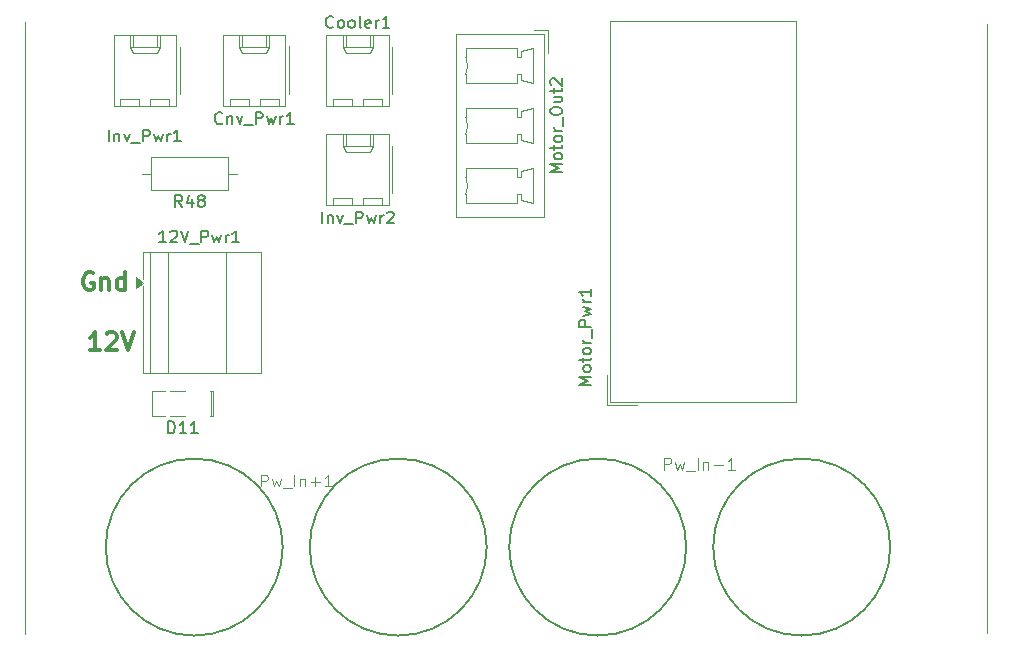
<source format=gbr>
%TF.GenerationSoftware,KiCad,Pcbnew,9.0.3*%
%TF.CreationDate,2025-08-21T00:29:16-03:00*%
%TF.ProjectId,PCB_Interfaz,5043425f-496e-4746-9572-66617a2e6b69,rev?*%
%TF.SameCoordinates,Original*%
%TF.FileFunction,Legend,Top*%
%TF.FilePolarity,Positive*%
%FSLAX46Y46*%
G04 Gerber Fmt 4.6, Leading zero omitted, Abs format (unit mm)*
G04 Created by KiCad (PCBNEW 9.0.3) date 2025-08-21 00:29:16*
%MOMM*%
%LPD*%
G01*
G04 APERTURE LIST*
%ADD10C,0.100000*%
%ADD11C,0.300000*%
%ADD12C,0.150000*%
%ADD13C,0.120000*%
%ADD14C,0.149860*%
G04 APERTURE END LIST*
D10*
X79336000Y-80352000D02*
X79336000Y-132168000D01*
X160788000Y-80479000D02*
X160788000Y-132041000D01*
D11*
X85123203Y-101623257D02*
X84980346Y-101551828D01*
X84980346Y-101551828D02*
X84766060Y-101551828D01*
X84766060Y-101551828D02*
X84551774Y-101623257D01*
X84551774Y-101623257D02*
X84408917Y-101766114D01*
X84408917Y-101766114D02*
X84337488Y-101908971D01*
X84337488Y-101908971D02*
X84266060Y-102194685D01*
X84266060Y-102194685D02*
X84266060Y-102408971D01*
X84266060Y-102408971D02*
X84337488Y-102694685D01*
X84337488Y-102694685D02*
X84408917Y-102837542D01*
X84408917Y-102837542D02*
X84551774Y-102980400D01*
X84551774Y-102980400D02*
X84766060Y-103051828D01*
X84766060Y-103051828D02*
X84908917Y-103051828D01*
X84908917Y-103051828D02*
X85123203Y-102980400D01*
X85123203Y-102980400D02*
X85194631Y-102908971D01*
X85194631Y-102908971D02*
X85194631Y-102408971D01*
X85194631Y-102408971D02*
X84908917Y-102408971D01*
X85837488Y-102051828D02*
X85837488Y-103051828D01*
X85837488Y-102194685D02*
X85908917Y-102123257D01*
X85908917Y-102123257D02*
X86051774Y-102051828D01*
X86051774Y-102051828D02*
X86266060Y-102051828D01*
X86266060Y-102051828D02*
X86408917Y-102123257D01*
X86408917Y-102123257D02*
X86480346Y-102266114D01*
X86480346Y-102266114D02*
X86480346Y-103051828D01*
X87837489Y-103051828D02*
X87837489Y-101551828D01*
X87837489Y-102980400D02*
X87694631Y-103051828D01*
X87694631Y-103051828D02*
X87408917Y-103051828D01*
X87408917Y-103051828D02*
X87266060Y-102980400D01*
X87266060Y-102980400D02*
X87194631Y-102908971D01*
X87194631Y-102908971D02*
X87123203Y-102766114D01*
X87123203Y-102766114D02*
X87123203Y-102337542D01*
X87123203Y-102337542D02*
X87194631Y-102194685D01*
X87194631Y-102194685D02*
X87266060Y-102123257D01*
X87266060Y-102123257D02*
X87408917Y-102051828D01*
X87408917Y-102051828D02*
X87694631Y-102051828D01*
X87694631Y-102051828D02*
X87837489Y-102123257D01*
X85702633Y-108131828D02*
X84845490Y-108131828D01*
X85274061Y-108131828D02*
X85274061Y-106631828D01*
X85274061Y-106631828D02*
X85131204Y-106846114D01*
X85131204Y-106846114D02*
X84988347Y-106988971D01*
X84988347Y-106988971D02*
X84845490Y-107060400D01*
X86274061Y-106774685D02*
X86345489Y-106703257D01*
X86345489Y-106703257D02*
X86488347Y-106631828D01*
X86488347Y-106631828D02*
X86845489Y-106631828D01*
X86845489Y-106631828D02*
X86988347Y-106703257D01*
X86988347Y-106703257D02*
X87059775Y-106774685D01*
X87059775Y-106774685D02*
X87131204Y-106917542D01*
X87131204Y-106917542D02*
X87131204Y-107060400D01*
X87131204Y-107060400D02*
X87059775Y-107274685D01*
X87059775Y-107274685D02*
X86202632Y-108131828D01*
X86202632Y-108131828D02*
X87131204Y-108131828D01*
X87559775Y-106631828D02*
X88059775Y-108131828D01*
X88059775Y-108131828D02*
X88559775Y-106631828D01*
D12*
X86455190Y-90458819D02*
X86455190Y-89458819D01*
X86931380Y-89792152D02*
X86931380Y-90458819D01*
X86931380Y-89887390D02*
X86978999Y-89839771D01*
X86978999Y-89839771D02*
X87074237Y-89792152D01*
X87074237Y-89792152D02*
X87217094Y-89792152D01*
X87217094Y-89792152D02*
X87312332Y-89839771D01*
X87312332Y-89839771D02*
X87359951Y-89935009D01*
X87359951Y-89935009D02*
X87359951Y-90458819D01*
X87740904Y-89792152D02*
X87978999Y-90458819D01*
X87978999Y-90458819D02*
X88217094Y-89792152D01*
X88359952Y-90554057D02*
X89121856Y-90554057D01*
X89359952Y-90458819D02*
X89359952Y-89458819D01*
X89359952Y-89458819D02*
X89740904Y-89458819D01*
X89740904Y-89458819D02*
X89836142Y-89506438D01*
X89836142Y-89506438D02*
X89883761Y-89554057D01*
X89883761Y-89554057D02*
X89931380Y-89649295D01*
X89931380Y-89649295D02*
X89931380Y-89792152D01*
X89931380Y-89792152D02*
X89883761Y-89887390D01*
X89883761Y-89887390D02*
X89836142Y-89935009D01*
X89836142Y-89935009D02*
X89740904Y-89982628D01*
X89740904Y-89982628D02*
X89359952Y-89982628D01*
X90264714Y-89792152D02*
X90455190Y-90458819D01*
X90455190Y-90458819D02*
X90645666Y-89982628D01*
X90645666Y-89982628D02*
X90836142Y-90458819D01*
X90836142Y-90458819D02*
X91026618Y-89792152D01*
X91407571Y-90458819D02*
X91407571Y-89792152D01*
X91407571Y-89982628D02*
X91455190Y-89887390D01*
X91455190Y-89887390D02*
X91502809Y-89839771D01*
X91502809Y-89839771D02*
X91598047Y-89792152D01*
X91598047Y-89792152D02*
X91693285Y-89792152D01*
X92550428Y-90458819D02*
X91979000Y-90458819D01*
X92264714Y-90458819D02*
X92264714Y-89458819D01*
X92264714Y-89458819D02*
X92169476Y-89601676D01*
X92169476Y-89601676D02*
X92074238Y-89696914D01*
X92074238Y-89696914D02*
X91979000Y-89744533D01*
D10*
X133494619Y-118235419D02*
X133494619Y-117235419D01*
X133494619Y-117235419D02*
X133875571Y-117235419D01*
X133875571Y-117235419D02*
X133970809Y-117283038D01*
X133970809Y-117283038D02*
X134018428Y-117330657D01*
X134018428Y-117330657D02*
X134066047Y-117425895D01*
X134066047Y-117425895D02*
X134066047Y-117568752D01*
X134066047Y-117568752D02*
X134018428Y-117663990D01*
X134018428Y-117663990D02*
X133970809Y-117711609D01*
X133970809Y-117711609D02*
X133875571Y-117759228D01*
X133875571Y-117759228D02*
X133494619Y-117759228D01*
X134399381Y-117568752D02*
X134589857Y-118235419D01*
X134589857Y-118235419D02*
X134780333Y-117759228D01*
X134780333Y-117759228D02*
X134970809Y-118235419D01*
X134970809Y-118235419D02*
X135161285Y-117568752D01*
X135304143Y-118330657D02*
X136066047Y-118330657D01*
X136304143Y-118235419D02*
X136304143Y-117235419D01*
X136780333Y-117568752D02*
X136780333Y-118235419D01*
X136780333Y-117663990D02*
X136827952Y-117616371D01*
X136827952Y-117616371D02*
X136923190Y-117568752D01*
X136923190Y-117568752D02*
X137066047Y-117568752D01*
X137066047Y-117568752D02*
X137161285Y-117616371D01*
X137161285Y-117616371D02*
X137208904Y-117711609D01*
X137208904Y-117711609D02*
X137208904Y-118235419D01*
X137685095Y-117854466D02*
X138447000Y-117854466D01*
X139446999Y-118235419D02*
X138875571Y-118235419D01*
X139161285Y-118235419D02*
X139161285Y-117235419D01*
X139161285Y-117235419D02*
X139066047Y-117378276D01*
X139066047Y-117378276D02*
X138970809Y-117473514D01*
X138970809Y-117473514D02*
X138875571Y-117521133D01*
D12*
X124837819Y-93067381D02*
X123837819Y-93067381D01*
X123837819Y-93067381D02*
X124552104Y-92734048D01*
X124552104Y-92734048D02*
X123837819Y-92400715D01*
X123837819Y-92400715D02*
X124837819Y-92400715D01*
X124837819Y-91781667D02*
X124790200Y-91876905D01*
X124790200Y-91876905D02*
X124742580Y-91924524D01*
X124742580Y-91924524D02*
X124647342Y-91972143D01*
X124647342Y-91972143D02*
X124361628Y-91972143D01*
X124361628Y-91972143D02*
X124266390Y-91924524D01*
X124266390Y-91924524D02*
X124218771Y-91876905D01*
X124218771Y-91876905D02*
X124171152Y-91781667D01*
X124171152Y-91781667D02*
X124171152Y-91638810D01*
X124171152Y-91638810D02*
X124218771Y-91543572D01*
X124218771Y-91543572D02*
X124266390Y-91495953D01*
X124266390Y-91495953D02*
X124361628Y-91448334D01*
X124361628Y-91448334D02*
X124647342Y-91448334D01*
X124647342Y-91448334D02*
X124742580Y-91495953D01*
X124742580Y-91495953D02*
X124790200Y-91543572D01*
X124790200Y-91543572D02*
X124837819Y-91638810D01*
X124837819Y-91638810D02*
X124837819Y-91781667D01*
X124171152Y-91162619D02*
X124171152Y-90781667D01*
X123837819Y-91019762D02*
X124694961Y-91019762D01*
X124694961Y-91019762D02*
X124790200Y-90972143D01*
X124790200Y-90972143D02*
X124837819Y-90876905D01*
X124837819Y-90876905D02*
X124837819Y-90781667D01*
X124837819Y-90305476D02*
X124790200Y-90400714D01*
X124790200Y-90400714D02*
X124742580Y-90448333D01*
X124742580Y-90448333D02*
X124647342Y-90495952D01*
X124647342Y-90495952D02*
X124361628Y-90495952D01*
X124361628Y-90495952D02*
X124266390Y-90448333D01*
X124266390Y-90448333D02*
X124218771Y-90400714D01*
X124218771Y-90400714D02*
X124171152Y-90305476D01*
X124171152Y-90305476D02*
X124171152Y-90162619D01*
X124171152Y-90162619D02*
X124218771Y-90067381D01*
X124218771Y-90067381D02*
X124266390Y-90019762D01*
X124266390Y-90019762D02*
X124361628Y-89972143D01*
X124361628Y-89972143D02*
X124647342Y-89972143D01*
X124647342Y-89972143D02*
X124742580Y-90019762D01*
X124742580Y-90019762D02*
X124790200Y-90067381D01*
X124790200Y-90067381D02*
X124837819Y-90162619D01*
X124837819Y-90162619D02*
X124837819Y-90305476D01*
X124837819Y-89543571D02*
X124171152Y-89543571D01*
X124361628Y-89543571D02*
X124266390Y-89495952D01*
X124266390Y-89495952D02*
X124218771Y-89448333D01*
X124218771Y-89448333D02*
X124171152Y-89353095D01*
X124171152Y-89353095D02*
X124171152Y-89257857D01*
X124933057Y-89162619D02*
X124933057Y-88400714D01*
X123837819Y-87972142D02*
X123837819Y-87781666D01*
X123837819Y-87781666D02*
X123885438Y-87686428D01*
X123885438Y-87686428D02*
X123980676Y-87591190D01*
X123980676Y-87591190D02*
X124171152Y-87543571D01*
X124171152Y-87543571D02*
X124504485Y-87543571D01*
X124504485Y-87543571D02*
X124694961Y-87591190D01*
X124694961Y-87591190D02*
X124790200Y-87686428D01*
X124790200Y-87686428D02*
X124837819Y-87781666D01*
X124837819Y-87781666D02*
X124837819Y-87972142D01*
X124837819Y-87972142D02*
X124790200Y-88067380D01*
X124790200Y-88067380D02*
X124694961Y-88162618D01*
X124694961Y-88162618D02*
X124504485Y-88210237D01*
X124504485Y-88210237D02*
X124171152Y-88210237D01*
X124171152Y-88210237D02*
X123980676Y-88162618D01*
X123980676Y-88162618D02*
X123885438Y-88067380D01*
X123885438Y-88067380D02*
X123837819Y-87972142D01*
X124171152Y-86686428D02*
X124837819Y-86686428D01*
X124171152Y-87114999D02*
X124694961Y-87114999D01*
X124694961Y-87114999D02*
X124790200Y-87067380D01*
X124790200Y-87067380D02*
X124837819Y-86972142D01*
X124837819Y-86972142D02*
X124837819Y-86829285D01*
X124837819Y-86829285D02*
X124790200Y-86734047D01*
X124790200Y-86734047D02*
X124742580Y-86686428D01*
X124171152Y-86353094D02*
X124171152Y-85972142D01*
X123837819Y-86210237D02*
X124694961Y-86210237D01*
X124694961Y-86210237D02*
X124790200Y-86162618D01*
X124790200Y-86162618D02*
X124837819Y-86067380D01*
X124837819Y-86067380D02*
X124837819Y-85972142D01*
X123933057Y-85686427D02*
X123885438Y-85638808D01*
X123885438Y-85638808D02*
X123837819Y-85543570D01*
X123837819Y-85543570D02*
X123837819Y-85305475D01*
X123837819Y-85305475D02*
X123885438Y-85210237D01*
X123885438Y-85210237D02*
X123933057Y-85162618D01*
X123933057Y-85162618D02*
X124028295Y-85114999D01*
X124028295Y-85114999D02*
X124123533Y-85114999D01*
X124123533Y-85114999D02*
X124266390Y-85162618D01*
X124266390Y-85162618D02*
X124837819Y-85734046D01*
X124837819Y-85734046D02*
X124837819Y-85114999D01*
X127288819Y-111045809D02*
X126288819Y-111045809D01*
X126288819Y-111045809D02*
X127003104Y-110712476D01*
X127003104Y-110712476D02*
X126288819Y-110379143D01*
X126288819Y-110379143D02*
X127288819Y-110379143D01*
X127288819Y-109760095D02*
X127241200Y-109855333D01*
X127241200Y-109855333D02*
X127193580Y-109902952D01*
X127193580Y-109902952D02*
X127098342Y-109950571D01*
X127098342Y-109950571D02*
X126812628Y-109950571D01*
X126812628Y-109950571D02*
X126717390Y-109902952D01*
X126717390Y-109902952D02*
X126669771Y-109855333D01*
X126669771Y-109855333D02*
X126622152Y-109760095D01*
X126622152Y-109760095D02*
X126622152Y-109617238D01*
X126622152Y-109617238D02*
X126669771Y-109522000D01*
X126669771Y-109522000D02*
X126717390Y-109474381D01*
X126717390Y-109474381D02*
X126812628Y-109426762D01*
X126812628Y-109426762D02*
X127098342Y-109426762D01*
X127098342Y-109426762D02*
X127193580Y-109474381D01*
X127193580Y-109474381D02*
X127241200Y-109522000D01*
X127241200Y-109522000D02*
X127288819Y-109617238D01*
X127288819Y-109617238D02*
X127288819Y-109760095D01*
X126622152Y-109141047D02*
X126622152Y-108760095D01*
X126288819Y-108998190D02*
X127145961Y-108998190D01*
X127145961Y-108998190D02*
X127241200Y-108950571D01*
X127241200Y-108950571D02*
X127288819Y-108855333D01*
X127288819Y-108855333D02*
X127288819Y-108760095D01*
X127288819Y-108283904D02*
X127241200Y-108379142D01*
X127241200Y-108379142D02*
X127193580Y-108426761D01*
X127193580Y-108426761D02*
X127098342Y-108474380D01*
X127098342Y-108474380D02*
X126812628Y-108474380D01*
X126812628Y-108474380D02*
X126717390Y-108426761D01*
X126717390Y-108426761D02*
X126669771Y-108379142D01*
X126669771Y-108379142D02*
X126622152Y-108283904D01*
X126622152Y-108283904D02*
X126622152Y-108141047D01*
X126622152Y-108141047D02*
X126669771Y-108045809D01*
X126669771Y-108045809D02*
X126717390Y-107998190D01*
X126717390Y-107998190D02*
X126812628Y-107950571D01*
X126812628Y-107950571D02*
X127098342Y-107950571D01*
X127098342Y-107950571D02*
X127193580Y-107998190D01*
X127193580Y-107998190D02*
X127241200Y-108045809D01*
X127241200Y-108045809D02*
X127288819Y-108141047D01*
X127288819Y-108141047D02*
X127288819Y-108283904D01*
X127288819Y-107521999D02*
X126622152Y-107521999D01*
X126812628Y-107521999D02*
X126717390Y-107474380D01*
X126717390Y-107474380D02*
X126669771Y-107426761D01*
X126669771Y-107426761D02*
X126622152Y-107331523D01*
X126622152Y-107331523D02*
X126622152Y-107236285D01*
X127384057Y-107141047D02*
X127384057Y-106379142D01*
X127288819Y-106141046D02*
X126288819Y-106141046D01*
X126288819Y-106141046D02*
X126288819Y-105760094D01*
X126288819Y-105760094D02*
X126336438Y-105664856D01*
X126336438Y-105664856D02*
X126384057Y-105617237D01*
X126384057Y-105617237D02*
X126479295Y-105569618D01*
X126479295Y-105569618D02*
X126622152Y-105569618D01*
X126622152Y-105569618D02*
X126717390Y-105617237D01*
X126717390Y-105617237D02*
X126765009Y-105664856D01*
X126765009Y-105664856D02*
X126812628Y-105760094D01*
X126812628Y-105760094D02*
X126812628Y-106141046D01*
X126622152Y-105236284D02*
X127288819Y-105045808D01*
X127288819Y-105045808D02*
X126812628Y-104855332D01*
X126812628Y-104855332D02*
X127288819Y-104664856D01*
X127288819Y-104664856D02*
X126622152Y-104474380D01*
X127288819Y-104093427D02*
X126622152Y-104093427D01*
X126812628Y-104093427D02*
X126717390Y-104045808D01*
X126717390Y-104045808D02*
X126669771Y-103998189D01*
X126669771Y-103998189D02*
X126622152Y-103902951D01*
X126622152Y-103902951D02*
X126622152Y-103807713D01*
X127288819Y-102950570D02*
X127288819Y-103521998D01*
X127288819Y-103236284D02*
X126288819Y-103236284D01*
X126288819Y-103236284D02*
X126431676Y-103331522D01*
X126431676Y-103331522D02*
X126526914Y-103426760D01*
X126526914Y-103426760D02*
X126574533Y-103521998D01*
X92663142Y-96003819D02*
X92329809Y-95527628D01*
X92091714Y-96003819D02*
X92091714Y-95003819D01*
X92091714Y-95003819D02*
X92472666Y-95003819D01*
X92472666Y-95003819D02*
X92567904Y-95051438D01*
X92567904Y-95051438D02*
X92615523Y-95099057D01*
X92615523Y-95099057D02*
X92663142Y-95194295D01*
X92663142Y-95194295D02*
X92663142Y-95337152D01*
X92663142Y-95337152D02*
X92615523Y-95432390D01*
X92615523Y-95432390D02*
X92567904Y-95480009D01*
X92567904Y-95480009D02*
X92472666Y-95527628D01*
X92472666Y-95527628D02*
X92091714Y-95527628D01*
X93520285Y-95337152D02*
X93520285Y-96003819D01*
X93282190Y-94956200D02*
X93044095Y-95670485D01*
X93044095Y-95670485D02*
X93663142Y-95670485D01*
X94186952Y-95432390D02*
X94091714Y-95384771D01*
X94091714Y-95384771D02*
X94044095Y-95337152D01*
X94044095Y-95337152D02*
X93996476Y-95241914D01*
X93996476Y-95241914D02*
X93996476Y-95194295D01*
X93996476Y-95194295D02*
X94044095Y-95099057D01*
X94044095Y-95099057D02*
X94091714Y-95051438D01*
X94091714Y-95051438D02*
X94186952Y-95003819D01*
X94186952Y-95003819D02*
X94377428Y-95003819D01*
X94377428Y-95003819D02*
X94472666Y-95051438D01*
X94472666Y-95051438D02*
X94520285Y-95099057D01*
X94520285Y-95099057D02*
X94567904Y-95194295D01*
X94567904Y-95194295D02*
X94567904Y-95241914D01*
X94567904Y-95241914D02*
X94520285Y-95337152D01*
X94520285Y-95337152D02*
X94472666Y-95384771D01*
X94472666Y-95384771D02*
X94377428Y-95432390D01*
X94377428Y-95432390D02*
X94186952Y-95432390D01*
X94186952Y-95432390D02*
X94091714Y-95480009D01*
X94091714Y-95480009D02*
X94044095Y-95527628D01*
X94044095Y-95527628D02*
X93996476Y-95622866D01*
X93996476Y-95622866D02*
X93996476Y-95813342D01*
X93996476Y-95813342D02*
X94044095Y-95908580D01*
X94044095Y-95908580D02*
X94091714Y-95956200D01*
X94091714Y-95956200D02*
X94186952Y-96003819D01*
X94186952Y-96003819D02*
X94377428Y-96003819D01*
X94377428Y-96003819D02*
X94472666Y-95956200D01*
X94472666Y-95956200D02*
X94520285Y-95908580D01*
X94520285Y-95908580D02*
X94567904Y-95813342D01*
X94567904Y-95813342D02*
X94567904Y-95622866D01*
X94567904Y-95622866D02*
X94520285Y-95527628D01*
X94520285Y-95527628D02*
X94472666Y-95480009D01*
X94472666Y-95480009D02*
X94377428Y-95432390D01*
X96052713Y-88895580D02*
X96005094Y-88943200D01*
X96005094Y-88943200D02*
X95862237Y-88990819D01*
X95862237Y-88990819D02*
X95766999Y-88990819D01*
X95766999Y-88990819D02*
X95624142Y-88943200D01*
X95624142Y-88943200D02*
X95528904Y-88847961D01*
X95528904Y-88847961D02*
X95481285Y-88752723D01*
X95481285Y-88752723D02*
X95433666Y-88562247D01*
X95433666Y-88562247D02*
X95433666Y-88419390D01*
X95433666Y-88419390D02*
X95481285Y-88228914D01*
X95481285Y-88228914D02*
X95528904Y-88133676D01*
X95528904Y-88133676D02*
X95624142Y-88038438D01*
X95624142Y-88038438D02*
X95766999Y-87990819D01*
X95766999Y-87990819D02*
X95862237Y-87990819D01*
X95862237Y-87990819D02*
X96005094Y-88038438D01*
X96005094Y-88038438D02*
X96052713Y-88086057D01*
X96481285Y-88324152D02*
X96481285Y-88990819D01*
X96481285Y-88419390D02*
X96528904Y-88371771D01*
X96528904Y-88371771D02*
X96624142Y-88324152D01*
X96624142Y-88324152D02*
X96766999Y-88324152D01*
X96766999Y-88324152D02*
X96862237Y-88371771D01*
X96862237Y-88371771D02*
X96909856Y-88467009D01*
X96909856Y-88467009D02*
X96909856Y-88990819D01*
X97290809Y-88324152D02*
X97528904Y-88990819D01*
X97528904Y-88990819D02*
X97766999Y-88324152D01*
X97909857Y-89086057D02*
X98671761Y-89086057D01*
X98909857Y-88990819D02*
X98909857Y-87990819D01*
X98909857Y-87990819D02*
X99290809Y-87990819D01*
X99290809Y-87990819D02*
X99386047Y-88038438D01*
X99386047Y-88038438D02*
X99433666Y-88086057D01*
X99433666Y-88086057D02*
X99481285Y-88181295D01*
X99481285Y-88181295D02*
X99481285Y-88324152D01*
X99481285Y-88324152D02*
X99433666Y-88419390D01*
X99433666Y-88419390D02*
X99386047Y-88467009D01*
X99386047Y-88467009D02*
X99290809Y-88514628D01*
X99290809Y-88514628D02*
X98909857Y-88514628D01*
X99814619Y-88324152D02*
X100005095Y-88990819D01*
X100005095Y-88990819D02*
X100195571Y-88514628D01*
X100195571Y-88514628D02*
X100386047Y-88990819D01*
X100386047Y-88990819D02*
X100576523Y-88324152D01*
X100957476Y-88990819D02*
X100957476Y-88324152D01*
X100957476Y-88514628D02*
X101005095Y-88419390D01*
X101005095Y-88419390D02*
X101052714Y-88371771D01*
X101052714Y-88371771D02*
X101147952Y-88324152D01*
X101147952Y-88324152D02*
X101243190Y-88324152D01*
X102100333Y-88990819D02*
X101528905Y-88990819D01*
X101814619Y-88990819D02*
X101814619Y-87990819D01*
X101814619Y-87990819D02*
X101719381Y-88133676D01*
X101719381Y-88133676D02*
X101624143Y-88228914D01*
X101624143Y-88228914D02*
X101528905Y-88276533D01*
X105458570Y-80750580D02*
X105410951Y-80798200D01*
X105410951Y-80798200D02*
X105268094Y-80845819D01*
X105268094Y-80845819D02*
X105172856Y-80845819D01*
X105172856Y-80845819D02*
X105029999Y-80798200D01*
X105029999Y-80798200D02*
X104934761Y-80702961D01*
X104934761Y-80702961D02*
X104887142Y-80607723D01*
X104887142Y-80607723D02*
X104839523Y-80417247D01*
X104839523Y-80417247D02*
X104839523Y-80274390D01*
X104839523Y-80274390D02*
X104887142Y-80083914D01*
X104887142Y-80083914D02*
X104934761Y-79988676D01*
X104934761Y-79988676D02*
X105029999Y-79893438D01*
X105029999Y-79893438D02*
X105172856Y-79845819D01*
X105172856Y-79845819D02*
X105268094Y-79845819D01*
X105268094Y-79845819D02*
X105410951Y-79893438D01*
X105410951Y-79893438D02*
X105458570Y-79941057D01*
X106029999Y-80845819D02*
X105934761Y-80798200D01*
X105934761Y-80798200D02*
X105887142Y-80750580D01*
X105887142Y-80750580D02*
X105839523Y-80655342D01*
X105839523Y-80655342D02*
X105839523Y-80369628D01*
X105839523Y-80369628D02*
X105887142Y-80274390D01*
X105887142Y-80274390D02*
X105934761Y-80226771D01*
X105934761Y-80226771D02*
X106029999Y-80179152D01*
X106029999Y-80179152D02*
X106172856Y-80179152D01*
X106172856Y-80179152D02*
X106268094Y-80226771D01*
X106268094Y-80226771D02*
X106315713Y-80274390D01*
X106315713Y-80274390D02*
X106363332Y-80369628D01*
X106363332Y-80369628D02*
X106363332Y-80655342D01*
X106363332Y-80655342D02*
X106315713Y-80750580D01*
X106315713Y-80750580D02*
X106268094Y-80798200D01*
X106268094Y-80798200D02*
X106172856Y-80845819D01*
X106172856Y-80845819D02*
X106029999Y-80845819D01*
X106934761Y-80845819D02*
X106839523Y-80798200D01*
X106839523Y-80798200D02*
X106791904Y-80750580D01*
X106791904Y-80750580D02*
X106744285Y-80655342D01*
X106744285Y-80655342D02*
X106744285Y-80369628D01*
X106744285Y-80369628D02*
X106791904Y-80274390D01*
X106791904Y-80274390D02*
X106839523Y-80226771D01*
X106839523Y-80226771D02*
X106934761Y-80179152D01*
X106934761Y-80179152D02*
X107077618Y-80179152D01*
X107077618Y-80179152D02*
X107172856Y-80226771D01*
X107172856Y-80226771D02*
X107220475Y-80274390D01*
X107220475Y-80274390D02*
X107268094Y-80369628D01*
X107268094Y-80369628D02*
X107268094Y-80655342D01*
X107268094Y-80655342D02*
X107220475Y-80750580D01*
X107220475Y-80750580D02*
X107172856Y-80798200D01*
X107172856Y-80798200D02*
X107077618Y-80845819D01*
X107077618Y-80845819D02*
X106934761Y-80845819D01*
X107839523Y-80845819D02*
X107744285Y-80798200D01*
X107744285Y-80798200D02*
X107696666Y-80702961D01*
X107696666Y-80702961D02*
X107696666Y-79845819D01*
X108601428Y-80798200D02*
X108506190Y-80845819D01*
X108506190Y-80845819D02*
X108315714Y-80845819D01*
X108315714Y-80845819D02*
X108220476Y-80798200D01*
X108220476Y-80798200D02*
X108172857Y-80702961D01*
X108172857Y-80702961D02*
X108172857Y-80322009D01*
X108172857Y-80322009D02*
X108220476Y-80226771D01*
X108220476Y-80226771D02*
X108315714Y-80179152D01*
X108315714Y-80179152D02*
X108506190Y-80179152D01*
X108506190Y-80179152D02*
X108601428Y-80226771D01*
X108601428Y-80226771D02*
X108649047Y-80322009D01*
X108649047Y-80322009D02*
X108649047Y-80417247D01*
X108649047Y-80417247D02*
X108172857Y-80512485D01*
X109077619Y-80845819D02*
X109077619Y-80179152D01*
X109077619Y-80369628D02*
X109125238Y-80274390D01*
X109125238Y-80274390D02*
X109172857Y-80226771D01*
X109172857Y-80226771D02*
X109268095Y-80179152D01*
X109268095Y-80179152D02*
X109363333Y-80179152D01*
X110220476Y-80845819D02*
X109649048Y-80845819D01*
X109934762Y-80845819D02*
X109934762Y-79845819D01*
X109934762Y-79845819D02*
X109839524Y-79988676D01*
X109839524Y-79988676D02*
X109744286Y-80083914D01*
X109744286Y-80083914D02*
X109649048Y-80131533D01*
X91297475Y-99006819D02*
X90726047Y-99006819D01*
X91011761Y-99006819D02*
X91011761Y-98006819D01*
X91011761Y-98006819D02*
X90916523Y-98149676D01*
X90916523Y-98149676D02*
X90821285Y-98244914D01*
X90821285Y-98244914D02*
X90726047Y-98292533D01*
X91678428Y-98102057D02*
X91726047Y-98054438D01*
X91726047Y-98054438D02*
X91821285Y-98006819D01*
X91821285Y-98006819D02*
X92059380Y-98006819D01*
X92059380Y-98006819D02*
X92154618Y-98054438D01*
X92154618Y-98054438D02*
X92202237Y-98102057D01*
X92202237Y-98102057D02*
X92249856Y-98197295D01*
X92249856Y-98197295D02*
X92249856Y-98292533D01*
X92249856Y-98292533D02*
X92202237Y-98435390D01*
X92202237Y-98435390D02*
X91630809Y-99006819D01*
X91630809Y-99006819D02*
X92249856Y-99006819D01*
X92535571Y-98006819D02*
X92868904Y-99006819D01*
X92868904Y-99006819D02*
X93202237Y-98006819D01*
X93297476Y-99102057D02*
X94059380Y-99102057D01*
X94297476Y-99006819D02*
X94297476Y-98006819D01*
X94297476Y-98006819D02*
X94678428Y-98006819D01*
X94678428Y-98006819D02*
X94773666Y-98054438D01*
X94773666Y-98054438D02*
X94821285Y-98102057D01*
X94821285Y-98102057D02*
X94868904Y-98197295D01*
X94868904Y-98197295D02*
X94868904Y-98340152D01*
X94868904Y-98340152D02*
X94821285Y-98435390D01*
X94821285Y-98435390D02*
X94773666Y-98483009D01*
X94773666Y-98483009D02*
X94678428Y-98530628D01*
X94678428Y-98530628D02*
X94297476Y-98530628D01*
X95202238Y-98340152D02*
X95392714Y-99006819D01*
X95392714Y-99006819D02*
X95583190Y-98530628D01*
X95583190Y-98530628D02*
X95773666Y-99006819D01*
X95773666Y-99006819D02*
X95964142Y-98340152D01*
X96345095Y-99006819D02*
X96345095Y-98340152D01*
X96345095Y-98530628D02*
X96392714Y-98435390D01*
X96392714Y-98435390D02*
X96440333Y-98387771D01*
X96440333Y-98387771D02*
X96535571Y-98340152D01*
X96535571Y-98340152D02*
X96630809Y-98340152D01*
X97487952Y-99006819D02*
X96916524Y-99006819D01*
X97202238Y-99006819D02*
X97202238Y-98006819D01*
X97202238Y-98006819D02*
X97107000Y-98149676D01*
X97107000Y-98149676D02*
X97011762Y-98244914D01*
X97011762Y-98244914D02*
X96916524Y-98292533D01*
X104506190Y-97392819D02*
X104506190Y-96392819D01*
X104982380Y-96726152D02*
X104982380Y-97392819D01*
X104982380Y-96821390D02*
X105029999Y-96773771D01*
X105029999Y-96773771D02*
X105125237Y-96726152D01*
X105125237Y-96726152D02*
X105268094Y-96726152D01*
X105268094Y-96726152D02*
X105363332Y-96773771D01*
X105363332Y-96773771D02*
X105410951Y-96869009D01*
X105410951Y-96869009D02*
X105410951Y-97392819D01*
X105791904Y-96726152D02*
X106029999Y-97392819D01*
X106029999Y-97392819D02*
X106268094Y-96726152D01*
X106410952Y-97488057D02*
X107172856Y-97488057D01*
X107410952Y-97392819D02*
X107410952Y-96392819D01*
X107410952Y-96392819D02*
X107791904Y-96392819D01*
X107791904Y-96392819D02*
X107887142Y-96440438D01*
X107887142Y-96440438D02*
X107934761Y-96488057D01*
X107934761Y-96488057D02*
X107982380Y-96583295D01*
X107982380Y-96583295D02*
X107982380Y-96726152D01*
X107982380Y-96726152D02*
X107934761Y-96821390D01*
X107934761Y-96821390D02*
X107887142Y-96869009D01*
X107887142Y-96869009D02*
X107791904Y-96916628D01*
X107791904Y-96916628D02*
X107410952Y-96916628D01*
X108315714Y-96726152D02*
X108506190Y-97392819D01*
X108506190Y-97392819D02*
X108696666Y-96916628D01*
X108696666Y-96916628D02*
X108887142Y-97392819D01*
X108887142Y-97392819D02*
X109077618Y-96726152D01*
X109458571Y-97392819D02*
X109458571Y-96726152D01*
X109458571Y-96916628D02*
X109506190Y-96821390D01*
X109506190Y-96821390D02*
X109553809Y-96773771D01*
X109553809Y-96773771D02*
X109649047Y-96726152D01*
X109649047Y-96726152D02*
X109744285Y-96726152D01*
X110030000Y-96488057D02*
X110077619Y-96440438D01*
X110077619Y-96440438D02*
X110172857Y-96392819D01*
X110172857Y-96392819D02*
X110410952Y-96392819D01*
X110410952Y-96392819D02*
X110506190Y-96440438D01*
X110506190Y-96440438D02*
X110553809Y-96488057D01*
X110553809Y-96488057D02*
X110601428Y-96583295D01*
X110601428Y-96583295D02*
X110601428Y-96678533D01*
X110601428Y-96678533D02*
X110553809Y-96821390D01*
X110553809Y-96821390D02*
X109982381Y-97392819D01*
X109982381Y-97392819D02*
X110601428Y-97392819D01*
D10*
X99370619Y-119671419D02*
X99370619Y-118671419D01*
X99370619Y-118671419D02*
X99751571Y-118671419D01*
X99751571Y-118671419D02*
X99846809Y-118719038D01*
X99846809Y-118719038D02*
X99894428Y-118766657D01*
X99894428Y-118766657D02*
X99942047Y-118861895D01*
X99942047Y-118861895D02*
X99942047Y-119004752D01*
X99942047Y-119004752D02*
X99894428Y-119099990D01*
X99894428Y-119099990D02*
X99846809Y-119147609D01*
X99846809Y-119147609D02*
X99751571Y-119195228D01*
X99751571Y-119195228D02*
X99370619Y-119195228D01*
X100275381Y-119004752D02*
X100465857Y-119671419D01*
X100465857Y-119671419D02*
X100656333Y-119195228D01*
X100656333Y-119195228D02*
X100846809Y-119671419D01*
X100846809Y-119671419D02*
X101037285Y-119004752D01*
X101180143Y-119766657D02*
X101942047Y-119766657D01*
X102180143Y-119671419D02*
X102180143Y-118671419D01*
X102656333Y-119004752D02*
X102656333Y-119671419D01*
X102656333Y-119099990D02*
X102703952Y-119052371D01*
X102703952Y-119052371D02*
X102799190Y-119004752D01*
X102799190Y-119004752D02*
X102942047Y-119004752D01*
X102942047Y-119004752D02*
X103037285Y-119052371D01*
X103037285Y-119052371D02*
X103084904Y-119147609D01*
X103084904Y-119147609D02*
X103084904Y-119671419D01*
X103561095Y-119290466D02*
X104323000Y-119290466D01*
X103942047Y-119671419D02*
X103942047Y-118909514D01*
X105322999Y-119671419D02*
X104751571Y-119671419D01*
X105037285Y-119671419D02*
X105037285Y-118671419D01*
X105037285Y-118671419D02*
X104942047Y-118814276D01*
X104942047Y-118814276D02*
X104846809Y-118909514D01*
X104846809Y-118909514D02*
X104751571Y-118957133D01*
D12*
X91495714Y-115163819D02*
X91495714Y-114163819D01*
X91495714Y-114163819D02*
X91733809Y-114163819D01*
X91733809Y-114163819D02*
X91876666Y-114211438D01*
X91876666Y-114211438D02*
X91971904Y-114306676D01*
X91971904Y-114306676D02*
X92019523Y-114401914D01*
X92019523Y-114401914D02*
X92067142Y-114592390D01*
X92067142Y-114592390D02*
X92067142Y-114735247D01*
X92067142Y-114735247D02*
X92019523Y-114925723D01*
X92019523Y-114925723D02*
X91971904Y-115020961D01*
X91971904Y-115020961D02*
X91876666Y-115116200D01*
X91876666Y-115116200D02*
X91733809Y-115163819D01*
X91733809Y-115163819D02*
X91495714Y-115163819D01*
X93019523Y-115163819D02*
X92448095Y-115163819D01*
X92733809Y-115163819D02*
X92733809Y-114163819D01*
X92733809Y-114163819D02*
X92638571Y-114306676D01*
X92638571Y-114306676D02*
X92543333Y-114401914D01*
X92543333Y-114401914D02*
X92448095Y-114449533D01*
X93971904Y-115163819D02*
X93400476Y-115163819D01*
X93686190Y-115163819D02*
X93686190Y-114163819D01*
X93686190Y-114163819D02*
X93590952Y-114306676D01*
X93590952Y-114306676D02*
X93495714Y-114401914D01*
X93495714Y-114401914D02*
X93400476Y-114449533D01*
D13*
%TO.C,Inv_Pwr1*%
X86868000Y-81465000D02*
X86868000Y-87485000D01*
X86868000Y-87485000D02*
X92168000Y-87485000D01*
X87448000Y-86885000D02*
X87448000Y-87485000D01*
X88248000Y-82465000D02*
X88248000Y-81465000D01*
X88498000Y-81465000D02*
X88498000Y-82465000D01*
X88498000Y-82995000D02*
X88248000Y-82465000D01*
X89048000Y-86885000D02*
X87448000Y-86885000D01*
X89048000Y-87485000D02*
X89048000Y-86885000D01*
X89988000Y-86885000D02*
X89988000Y-87485000D01*
X90538000Y-81465000D02*
X90538000Y-82465000D01*
X90538000Y-82995000D02*
X88498000Y-82995000D01*
X90788000Y-81465000D02*
X90788000Y-82465000D01*
X90788000Y-82465000D02*
X88248000Y-82465000D01*
X90788000Y-82465000D02*
X90538000Y-82995000D01*
X91588000Y-86885000D02*
X89988000Y-86885000D01*
X91588000Y-87485000D02*
X91588000Y-86885000D01*
X92168000Y-81465000D02*
X86868000Y-81465000D01*
X92168000Y-87485000D02*
X92168000Y-81465000D01*
X92458000Y-86455000D02*
X92458000Y-82455000D01*
D14*
%TO.C,Pw_In-1*%
X135343000Y-124802000D02*
G75*
G02*
X120357000Y-124802000I-7493000J0D01*
G01*
X120357000Y-124802000D02*
G75*
G02*
X135343000Y-124802000I7493000J0D01*
G01*
X152615000Y-124802000D02*
G75*
G02*
X137629000Y-124802000I-7493000J0D01*
G01*
X137629000Y-124802000D02*
G75*
G02*
X152615000Y-124802000I7493000J0D01*
G01*
D13*
%TO.C,Motor_Out2*%
X115823000Y-81385000D02*
X115823000Y-96845000D01*
X115823000Y-96845000D02*
X123293000Y-96845000D01*
X116683000Y-82535000D02*
X120983000Y-82535000D01*
X116683000Y-83285000D02*
X116683000Y-82535000D01*
X116683000Y-85535000D02*
X116683000Y-84785000D01*
X116683000Y-87615000D02*
X120983000Y-87615000D01*
X116683000Y-88365000D02*
X116683000Y-87615000D01*
X116683000Y-90615000D02*
X116683000Y-89865000D01*
X116683000Y-92695000D02*
X120983000Y-92695000D01*
X116683000Y-93445000D02*
X116683000Y-92695000D01*
X116683000Y-95695000D02*
X116683000Y-94945000D01*
X120983000Y-82535000D02*
X120983000Y-83285000D01*
X120983000Y-83285000D02*
X121333000Y-83285000D01*
X120983000Y-84785000D02*
X120983000Y-85535000D01*
X120983000Y-85535000D02*
X116683000Y-85535000D01*
X120983000Y-87615000D02*
X120983000Y-88365000D01*
X120983000Y-88365000D02*
X121333000Y-88365000D01*
X120983000Y-89865000D02*
X120983000Y-90615000D01*
X120983000Y-90615000D02*
X116683000Y-90615000D01*
X120983000Y-92695000D02*
X120983000Y-93445000D01*
X120983000Y-93445000D02*
X121333000Y-93445000D01*
X120983000Y-94945000D02*
X120983000Y-95695000D01*
X120983000Y-95695000D02*
X116683000Y-95695000D01*
X121333000Y-82785000D02*
X122333000Y-82535000D01*
X121333000Y-83285000D02*
X121333000Y-82785000D01*
X121333000Y-84785000D02*
X120983000Y-84785000D01*
X121333000Y-85285000D02*
X121333000Y-84785000D01*
X121333000Y-87865000D02*
X122333000Y-87615000D01*
X121333000Y-88365000D02*
X121333000Y-87865000D01*
X121333000Y-89865000D02*
X120983000Y-89865000D01*
X121333000Y-90365000D02*
X121333000Y-89865000D01*
X121333000Y-92945000D02*
X122333000Y-92695000D01*
X121333000Y-93445000D02*
X121333000Y-92945000D01*
X121333000Y-94945000D02*
X120983000Y-94945000D01*
X121333000Y-95445000D02*
X121333000Y-94945000D01*
X122333000Y-82535000D02*
X122333000Y-85535000D01*
X122333000Y-85535000D02*
X121333000Y-85285000D01*
X122333000Y-87615000D02*
X122333000Y-90615000D01*
X122333000Y-90615000D02*
X121333000Y-90365000D01*
X122333000Y-92695000D02*
X122333000Y-95695000D01*
X122333000Y-95695000D02*
X121333000Y-95445000D01*
X122433000Y-80995000D02*
X123683000Y-80995000D01*
X123293000Y-81385000D02*
X115823000Y-81385000D01*
X123293000Y-96845000D02*
X123293000Y-81385000D01*
X123683000Y-80995000D02*
X123683000Y-82995000D01*
X116683000Y-83285000D02*
G75*
G02*
X116683156Y-84784647I-1700000J-750000D01*
G01*
X116683000Y-88365000D02*
G75*
G02*
X116683156Y-89864647I-1700000J-750000D01*
G01*
X116683000Y-93445000D02*
G75*
G02*
X116683156Y-94944647I-1700000J-750000D01*
G01*
%TO.C,Motor_Pwr1*%
X128679000Y-112743000D02*
X128679000Y-110243000D01*
X128929000Y-80293000D02*
X144629000Y-80293000D01*
X128929000Y-112493000D02*
X128929000Y-80293000D01*
X131179000Y-112743000D02*
X128679000Y-112743000D01*
X144629000Y-112493000D02*
X128929000Y-112493000D01*
X144629000Y-112493000D02*
X144629000Y-80293000D01*
%TO.C,R48*%
X89266000Y-93179000D02*
X90036000Y-93179000D01*
X97346000Y-93179000D02*
X96576000Y-93179000D01*
X96576000Y-94549000D02*
X90036000Y-94549000D01*
X90036000Y-91809000D01*
X96576000Y-91809000D01*
X96576000Y-94549000D01*
%TO.C,Cnv_Pwr1*%
X96117000Y-81426000D02*
X96117000Y-87446000D01*
X96117000Y-87446000D02*
X101417000Y-87446000D01*
X96697000Y-86846000D02*
X96697000Y-87446000D01*
X97497000Y-82426000D02*
X97497000Y-81426000D01*
X97747000Y-81426000D02*
X97747000Y-82426000D01*
X97747000Y-82956000D02*
X97497000Y-82426000D01*
X98297000Y-86846000D02*
X96697000Y-86846000D01*
X98297000Y-87446000D02*
X98297000Y-86846000D01*
X99237000Y-86846000D02*
X99237000Y-87446000D01*
X99787000Y-81426000D02*
X99787000Y-82426000D01*
X99787000Y-82956000D02*
X97747000Y-82956000D01*
X100037000Y-81426000D02*
X100037000Y-82426000D01*
X100037000Y-82426000D02*
X97497000Y-82426000D01*
X100037000Y-82426000D02*
X99787000Y-82956000D01*
X100837000Y-86846000D02*
X99237000Y-86846000D01*
X100837000Y-87446000D02*
X100837000Y-86846000D01*
X101417000Y-81426000D02*
X96117000Y-81426000D01*
X101417000Y-87446000D02*
X101417000Y-81426000D01*
X101707000Y-86416000D02*
X101707000Y-82416000D01*
%TO.C,Cooler1*%
X104880000Y-81465000D02*
X104880000Y-87485000D01*
X104880000Y-87485000D02*
X110180000Y-87485000D01*
X105460000Y-86885000D02*
X105460000Y-87485000D01*
X106260000Y-82465000D02*
X106260000Y-81465000D01*
X106510000Y-81465000D02*
X106510000Y-82465000D01*
X106510000Y-82995000D02*
X106260000Y-82465000D01*
X107060000Y-86885000D02*
X105460000Y-86885000D01*
X107060000Y-87485000D02*
X107060000Y-86885000D01*
X108000000Y-86885000D02*
X108000000Y-87485000D01*
X108550000Y-81465000D02*
X108550000Y-82465000D01*
X108550000Y-82995000D02*
X106510000Y-82995000D01*
X108800000Y-81465000D02*
X108800000Y-82465000D01*
X108800000Y-82465000D02*
X106260000Y-82465000D01*
X108800000Y-82465000D02*
X108550000Y-82995000D01*
X109600000Y-86885000D02*
X108000000Y-86885000D01*
X109600000Y-87485000D02*
X109600000Y-86885000D01*
X110180000Y-81465000D02*
X104880000Y-81465000D01*
X110180000Y-87485000D02*
X110180000Y-81465000D01*
X110470000Y-86455000D02*
X110470000Y-82455000D01*
%TO.C,12V_Pwr1*%
X89341500Y-99782000D02*
X99381500Y-99782000D01*
X89341500Y-102102000D02*
X89341500Y-99782000D01*
X89341500Y-110022000D02*
X89341500Y-102702000D01*
X89961500Y-99782000D02*
X89961500Y-110022000D01*
X91461500Y-99782000D02*
X91461500Y-110022000D01*
X96361500Y-99782000D02*
X96361500Y-110022000D01*
X99381500Y-99782000D02*
X99381500Y-110022000D01*
X99381500Y-110022000D02*
X89341500Y-110022000D01*
X89341500Y-102402000D02*
X88731500Y-102842000D01*
X88731500Y-101962000D01*
X89341500Y-102402000D01*
G36*
X89341500Y-102402000D02*
G01*
X88731500Y-102842000D01*
X88731500Y-101962000D01*
X89341500Y-102402000D01*
G37*
%TO.C,Inv_Pwr2*%
X104880000Y-89828000D02*
X104880000Y-95848000D01*
X104880000Y-95848000D02*
X110180000Y-95848000D01*
X105460000Y-95248000D02*
X105460000Y-95848000D01*
X106260000Y-90828000D02*
X106260000Y-89828000D01*
X106510000Y-89828000D02*
X106510000Y-90828000D01*
X106510000Y-91358000D02*
X106260000Y-90828000D01*
X107060000Y-95248000D02*
X105460000Y-95248000D01*
X107060000Y-95848000D02*
X107060000Y-95248000D01*
X108000000Y-95248000D02*
X108000000Y-95848000D01*
X108550000Y-89828000D02*
X108550000Y-90828000D01*
X108550000Y-91358000D02*
X106510000Y-91358000D01*
X108800000Y-89828000D02*
X108800000Y-90828000D01*
X108800000Y-90828000D02*
X106260000Y-90828000D01*
X108800000Y-90828000D02*
X108550000Y-91358000D01*
X109600000Y-95248000D02*
X108000000Y-95248000D01*
X109600000Y-95848000D02*
X109600000Y-95248000D01*
X110180000Y-89828000D02*
X104880000Y-89828000D01*
X110180000Y-95848000D02*
X110180000Y-89828000D01*
X110470000Y-94818000D02*
X110470000Y-90818000D01*
D14*
%TO.C,Pw_In+1*%
X101180000Y-124802000D02*
G75*
G02*
X86194000Y-124802000I-7493000J0D01*
G01*
X86194000Y-124802000D02*
G75*
G02*
X101180000Y-124802000I7493000J0D01*
G01*
X118452000Y-124802000D02*
G75*
G02*
X103466000Y-124802000I-7493000J0D01*
G01*
X103466000Y-124802000D02*
G75*
G02*
X118452000Y-124802000I7493000J0D01*
G01*
D13*
%TO.C,D11*%
X90150000Y-111589000D02*
X91233000Y-111589000D01*
X90150000Y-113709000D02*
X90150000Y-111589000D01*
X91233000Y-113709000D02*
X90150000Y-113709000D01*
X91647000Y-111589000D02*
X92900000Y-111589000D01*
X92900000Y-113709000D02*
X91647000Y-113709000D01*
X95060000Y-111589000D02*
X95270000Y-111589000D01*
X95150000Y-113709000D02*
X95150000Y-111589000D01*
X95270000Y-111589000D02*
X95270000Y-113709000D01*
X95270000Y-113709000D02*
X95060000Y-113709000D01*
%TD*%
M02*

</source>
